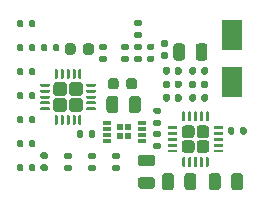
<source format=gtp>
G04 #@! TF.GenerationSoftware,KiCad,Pcbnew,(5.1.9)-1*
G04 #@! TF.CreationDate,2022-12-29T17:40:02+01:00*
G04 #@! TF.ProjectId,FallerCarSystem_v2,46616c6c-6572-4436-9172-53797374656d,rev?*
G04 #@! TF.SameCoordinates,Original*
G04 #@! TF.FileFunction,Paste,Top*
G04 #@! TF.FilePolarity,Positive*
%FSLAX46Y46*%
G04 Gerber Fmt 4.6, Leading zero omitted, Abs format (unit mm)*
G04 Created by KiCad (PCBNEW (5.1.9)-1) date 2022-12-29 17:40:02*
%MOMM*%
%LPD*%
G01*
G04 APERTURE LIST*
%ADD10R,0.500000X0.600000*%
%ADD11R,0.750000X0.300000*%
%ADD12R,1.800000X2.500000*%
G04 APERTURE END LIST*
G36*
G01*
X157385000Y-64626999D02*
X157385000Y-65207001D01*
G75*
G02*
X157135001Y-65457000I-249999J0D01*
G01*
X156554999Y-65457000D01*
G75*
G02*
X156305000Y-65207001I0J249999D01*
G01*
X156305000Y-64626999D01*
G75*
G02*
X156554999Y-64377000I249999J0D01*
G01*
X157135001Y-64377000D01*
G75*
G02*
X157385000Y-64626999I0J-249999D01*
G01*
G37*
G36*
G01*
X157385000Y-65876999D02*
X157385000Y-66457001D01*
G75*
G02*
X157135001Y-66707000I-249999J0D01*
G01*
X156554999Y-66707000D01*
G75*
G02*
X156305000Y-66457001I0J249999D01*
G01*
X156305000Y-65876999D01*
G75*
G02*
X156554999Y-65627000I249999J0D01*
G01*
X157135001Y-65627000D01*
G75*
G02*
X157385000Y-65876999I0J-249999D01*
G01*
G37*
G36*
G01*
X158635000Y-64626999D02*
X158635000Y-65207001D01*
G75*
G02*
X158385001Y-65457000I-249999J0D01*
G01*
X157804999Y-65457000D01*
G75*
G02*
X157555000Y-65207001I0J249999D01*
G01*
X157555000Y-64626999D01*
G75*
G02*
X157804999Y-64377000I249999J0D01*
G01*
X158385001Y-64377000D01*
G75*
G02*
X158635000Y-64626999I0J-249999D01*
G01*
G37*
G36*
G01*
X158635000Y-65876999D02*
X158635000Y-66457001D01*
G75*
G02*
X158385001Y-66707000I-249999J0D01*
G01*
X157804999Y-66707000D01*
G75*
G02*
X157555000Y-66457001I0J249999D01*
G01*
X157555000Y-65876999D01*
G75*
G02*
X157804999Y-65627000I249999J0D01*
G01*
X158385001Y-65627000D01*
G75*
G02*
X158635000Y-65876999I0J-249999D01*
G01*
G37*
G36*
G01*
X158595000Y-67129500D02*
X158595000Y-67829500D01*
G75*
G02*
X158532500Y-67892000I-62500J0D01*
G01*
X158407500Y-67892000D01*
G75*
G02*
X158345000Y-67829500I0J62500D01*
G01*
X158345000Y-67129500D01*
G75*
G02*
X158407500Y-67067000I62500J0D01*
G01*
X158532500Y-67067000D01*
G75*
G02*
X158595000Y-67129500I0J-62500D01*
G01*
G37*
G36*
G01*
X158095000Y-67129500D02*
X158095000Y-67829500D01*
G75*
G02*
X158032500Y-67892000I-62500J0D01*
G01*
X157907500Y-67892000D01*
G75*
G02*
X157845000Y-67829500I0J62500D01*
G01*
X157845000Y-67129500D01*
G75*
G02*
X157907500Y-67067000I62500J0D01*
G01*
X158032500Y-67067000D01*
G75*
G02*
X158095000Y-67129500I0J-62500D01*
G01*
G37*
G36*
G01*
X157595000Y-67129500D02*
X157595000Y-67829500D01*
G75*
G02*
X157532500Y-67892000I-62500J0D01*
G01*
X157407500Y-67892000D01*
G75*
G02*
X157345000Y-67829500I0J62500D01*
G01*
X157345000Y-67129500D01*
G75*
G02*
X157407500Y-67067000I62500J0D01*
G01*
X157532500Y-67067000D01*
G75*
G02*
X157595000Y-67129500I0J-62500D01*
G01*
G37*
G36*
G01*
X157095000Y-67129500D02*
X157095000Y-67829500D01*
G75*
G02*
X157032500Y-67892000I-62500J0D01*
G01*
X156907500Y-67892000D01*
G75*
G02*
X156845000Y-67829500I0J62500D01*
G01*
X156845000Y-67129500D01*
G75*
G02*
X156907500Y-67067000I62500J0D01*
G01*
X157032500Y-67067000D01*
G75*
G02*
X157095000Y-67129500I0J-62500D01*
G01*
G37*
G36*
G01*
X156595000Y-67129500D02*
X156595000Y-67829500D01*
G75*
G02*
X156532500Y-67892000I-62500J0D01*
G01*
X156407500Y-67892000D01*
G75*
G02*
X156345000Y-67829500I0J62500D01*
G01*
X156345000Y-67129500D01*
G75*
G02*
X156407500Y-67067000I62500J0D01*
G01*
X156532500Y-67067000D01*
G75*
G02*
X156595000Y-67129500I0J-62500D01*
G01*
G37*
G36*
G01*
X155945000Y-66479500D02*
X155945000Y-66604500D01*
G75*
G02*
X155882500Y-66667000I-62500J0D01*
G01*
X155182500Y-66667000D01*
G75*
G02*
X155120000Y-66604500I0J62500D01*
G01*
X155120000Y-66479500D01*
G75*
G02*
X155182500Y-66417000I62500J0D01*
G01*
X155882500Y-66417000D01*
G75*
G02*
X155945000Y-66479500I0J-62500D01*
G01*
G37*
G36*
G01*
X155945000Y-65979500D02*
X155945000Y-66104500D01*
G75*
G02*
X155882500Y-66167000I-62500J0D01*
G01*
X155182500Y-66167000D01*
G75*
G02*
X155120000Y-66104500I0J62500D01*
G01*
X155120000Y-65979500D01*
G75*
G02*
X155182500Y-65917000I62500J0D01*
G01*
X155882500Y-65917000D01*
G75*
G02*
X155945000Y-65979500I0J-62500D01*
G01*
G37*
G36*
G01*
X155945000Y-65479500D02*
X155945000Y-65604500D01*
G75*
G02*
X155882500Y-65667000I-62500J0D01*
G01*
X155182500Y-65667000D01*
G75*
G02*
X155120000Y-65604500I0J62500D01*
G01*
X155120000Y-65479500D01*
G75*
G02*
X155182500Y-65417000I62500J0D01*
G01*
X155882500Y-65417000D01*
G75*
G02*
X155945000Y-65479500I0J-62500D01*
G01*
G37*
G36*
G01*
X155945000Y-64979500D02*
X155945000Y-65104500D01*
G75*
G02*
X155882500Y-65167000I-62500J0D01*
G01*
X155182500Y-65167000D01*
G75*
G02*
X155120000Y-65104500I0J62500D01*
G01*
X155120000Y-64979500D01*
G75*
G02*
X155182500Y-64917000I62500J0D01*
G01*
X155882500Y-64917000D01*
G75*
G02*
X155945000Y-64979500I0J-62500D01*
G01*
G37*
G36*
G01*
X155945000Y-64479500D02*
X155945000Y-64604500D01*
G75*
G02*
X155882500Y-64667000I-62500J0D01*
G01*
X155182500Y-64667000D01*
G75*
G02*
X155120000Y-64604500I0J62500D01*
G01*
X155120000Y-64479500D01*
G75*
G02*
X155182500Y-64417000I62500J0D01*
G01*
X155882500Y-64417000D01*
G75*
G02*
X155945000Y-64479500I0J-62500D01*
G01*
G37*
G36*
G01*
X156595000Y-63254500D02*
X156595000Y-63954500D01*
G75*
G02*
X156532500Y-64017000I-62500J0D01*
G01*
X156407500Y-64017000D01*
G75*
G02*
X156345000Y-63954500I0J62500D01*
G01*
X156345000Y-63254500D01*
G75*
G02*
X156407500Y-63192000I62500J0D01*
G01*
X156532500Y-63192000D01*
G75*
G02*
X156595000Y-63254500I0J-62500D01*
G01*
G37*
G36*
G01*
X157095000Y-63254500D02*
X157095000Y-63954500D01*
G75*
G02*
X157032500Y-64017000I-62500J0D01*
G01*
X156907500Y-64017000D01*
G75*
G02*
X156845000Y-63954500I0J62500D01*
G01*
X156845000Y-63254500D01*
G75*
G02*
X156907500Y-63192000I62500J0D01*
G01*
X157032500Y-63192000D01*
G75*
G02*
X157095000Y-63254500I0J-62500D01*
G01*
G37*
G36*
G01*
X157595000Y-63254500D02*
X157595000Y-63954500D01*
G75*
G02*
X157532500Y-64017000I-62500J0D01*
G01*
X157407500Y-64017000D01*
G75*
G02*
X157345000Y-63954500I0J62500D01*
G01*
X157345000Y-63254500D01*
G75*
G02*
X157407500Y-63192000I62500J0D01*
G01*
X157532500Y-63192000D01*
G75*
G02*
X157595000Y-63254500I0J-62500D01*
G01*
G37*
G36*
G01*
X158095000Y-63254500D02*
X158095000Y-63954500D01*
G75*
G02*
X158032500Y-64017000I-62500J0D01*
G01*
X157907500Y-64017000D01*
G75*
G02*
X157845000Y-63954500I0J62500D01*
G01*
X157845000Y-63254500D01*
G75*
G02*
X157907500Y-63192000I62500J0D01*
G01*
X158032500Y-63192000D01*
G75*
G02*
X158095000Y-63254500I0J-62500D01*
G01*
G37*
G36*
G01*
X158595000Y-63254500D02*
X158595000Y-63954500D01*
G75*
G02*
X158532500Y-64017000I-62500J0D01*
G01*
X158407500Y-64017000D01*
G75*
G02*
X158345000Y-63954500I0J62500D01*
G01*
X158345000Y-63254500D01*
G75*
G02*
X158407500Y-63192000I62500J0D01*
G01*
X158532500Y-63192000D01*
G75*
G02*
X158595000Y-63254500I0J-62500D01*
G01*
G37*
G36*
G01*
X159820000Y-64479500D02*
X159820000Y-64604500D01*
G75*
G02*
X159757500Y-64667000I-62500J0D01*
G01*
X159057500Y-64667000D01*
G75*
G02*
X158995000Y-64604500I0J62500D01*
G01*
X158995000Y-64479500D01*
G75*
G02*
X159057500Y-64417000I62500J0D01*
G01*
X159757500Y-64417000D01*
G75*
G02*
X159820000Y-64479500I0J-62500D01*
G01*
G37*
G36*
G01*
X159820000Y-64979500D02*
X159820000Y-65104500D01*
G75*
G02*
X159757500Y-65167000I-62500J0D01*
G01*
X159057500Y-65167000D01*
G75*
G02*
X158995000Y-65104500I0J62500D01*
G01*
X158995000Y-64979500D01*
G75*
G02*
X159057500Y-64917000I62500J0D01*
G01*
X159757500Y-64917000D01*
G75*
G02*
X159820000Y-64979500I0J-62500D01*
G01*
G37*
G36*
G01*
X159820000Y-65479500D02*
X159820000Y-65604500D01*
G75*
G02*
X159757500Y-65667000I-62500J0D01*
G01*
X159057500Y-65667000D01*
G75*
G02*
X158995000Y-65604500I0J62500D01*
G01*
X158995000Y-65479500D01*
G75*
G02*
X159057500Y-65417000I62500J0D01*
G01*
X159757500Y-65417000D01*
G75*
G02*
X159820000Y-65479500I0J-62500D01*
G01*
G37*
G36*
G01*
X159820000Y-65979500D02*
X159820000Y-66104500D01*
G75*
G02*
X159757500Y-66167000I-62500J0D01*
G01*
X159057500Y-66167000D01*
G75*
G02*
X158995000Y-66104500I0J62500D01*
G01*
X158995000Y-65979500D01*
G75*
G02*
X159057500Y-65917000I62500J0D01*
G01*
X159757500Y-65917000D01*
G75*
G02*
X159820000Y-65979500I0J-62500D01*
G01*
G37*
G36*
G01*
X159820000Y-66479500D02*
X159820000Y-66604500D01*
G75*
G02*
X159757500Y-66667000I-62500J0D01*
G01*
X159057500Y-66667000D01*
G75*
G02*
X158995000Y-66604500I0J62500D01*
G01*
X158995000Y-66479500D01*
G75*
G02*
X159057500Y-66417000I62500J0D01*
G01*
X159757500Y-66417000D01*
G75*
G02*
X159820000Y-66479500I0J-62500D01*
G01*
G37*
D10*
X151759800Y-65297400D03*
X151759800Y-64547400D03*
X151109800Y-65297400D03*
X151109800Y-64547400D03*
D11*
X152934800Y-64172400D03*
X152934800Y-64672400D03*
X152934800Y-65172400D03*
X152934800Y-65672400D03*
X149934800Y-65672400D03*
X149934800Y-65172400D03*
X149934800Y-64672400D03*
X149934800Y-64172400D03*
G36*
G01*
X154413800Y-65368200D02*
X154043800Y-65368200D01*
G75*
G02*
X153908800Y-65233200I0J135000D01*
G01*
X153908800Y-64963200D01*
G75*
G02*
X154043800Y-64828200I135000J0D01*
G01*
X154413800Y-64828200D01*
G75*
G02*
X154548800Y-64963200I0J-135000D01*
G01*
X154548800Y-65233200D01*
G75*
G02*
X154413800Y-65368200I-135000J0D01*
G01*
G37*
G36*
G01*
X154413800Y-66388200D02*
X154043800Y-66388200D01*
G75*
G02*
X153908800Y-66253200I0J135000D01*
G01*
X153908800Y-65983200D01*
G75*
G02*
X154043800Y-65848200I135000J0D01*
G01*
X154413800Y-65848200D01*
G75*
G02*
X154548800Y-65983200I0J-135000D01*
G01*
X154548800Y-66253200D01*
G75*
G02*
X154413800Y-66388200I-135000J0D01*
G01*
G37*
G36*
G01*
X154043800Y-63892400D02*
X154413800Y-63892400D01*
G75*
G02*
X154548800Y-64027400I0J-135000D01*
G01*
X154548800Y-64297400D01*
G75*
G02*
X154413800Y-64432400I-135000J0D01*
G01*
X154043800Y-64432400D01*
G75*
G02*
X153908800Y-64297400I0J135000D01*
G01*
X153908800Y-64027400D01*
G75*
G02*
X154043800Y-63892400I135000J0D01*
G01*
G37*
G36*
G01*
X154043800Y-62872400D02*
X154413800Y-62872400D01*
G75*
G02*
X154548800Y-63007400I0J-135000D01*
G01*
X154548800Y-63277400D01*
G75*
G02*
X154413800Y-63412400I-135000J0D01*
G01*
X154043800Y-63412400D01*
G75*
G02*
X153908800Y-63277400I0J135000D01*
G01*
X153908800Y-63007400D01*
G75*
G02*
X154043800Y-62872400I135000J0D01*
G01*
G37*
G36*
G01*
X150934000Y-62136000D02*
X150934000Y-63086000D01*
G75*
G02*
X150684000Y-63336000I-250000J0D01*
G01*
X150184000Y-63336000D01*
G75*
G02*
X149934000Y-63086000I0J250000D01*
G01*
X149934000Y-62136000D01*
G75*
G02*
X150184000Y-61886000I250000J0D01*
G01*
X150684000Y-61886000D01*
G75*
G02*
X150934000Y-62136000I0J-250000D01*
G01*
G37*
G36*
G01*
X152834000Y-62136000D02*
X152834000Y-63086000D01*
G75*
G02*
X152584000Y-63336000I-250000J0D01*
G01*
X152084000Y-63336000D01*
G75*
G02*
X151834000Y-63086000I0J250000D01*
G01*
X151834000Y-62136000D01*
G75*
G02*
X152084000Y-61886000I250000J0D01*
G01*
X152584000Y-61886000D01*
G75*
G02*
X152834000Y-62136000I0J-250000D01*
G01*
G37*
G36*
G01*
X155633000Y-68663800D02*
X155633000Y-69613800D01*
G75*
G02*
X155383000Y-69863800I-250000J0D01*
G01*
X154883000Y-69863800D01*
G75*
G02*
X154633000Y-69613800I0J250000D01*
G01*
X154633000Y-68663800D01*
G75*
G02*
X154883000Y-68413800I250000J0D01*
G01*
X155383000Y-68413800D01*
G75*
G02*
X155633000Y-68663800I0J-250000D01*
G01*
G37*
G36*
G01*
X157533000Y-68663800D02*
X157533000Y-69613800D01*
G75*
G02*
X157283000Y-69863800I-250000J0D01*
G01*
X156783000Y-69863800D01*
G75*
G02*
X156533000Y-69613800I0J250000D01*
G01*
X156533000Y-68663800D01*
G75*
G02*
X156783000Y-68413800I250000J0D01*
G01*
X157283000Y-68413800D01*
G75*
G02*
X157533000Y-68663800I0J-250000D01*
G01*
G37*
G36*
G01*
X157485500Y-58641000D02*
X157485500Y-57691000D01*
G75*
G02*
X157735500Y-57441000I250000J0D01*
G01*
X158235500Y-57441000D01*
G75*
G02*
X158485500Y-57691000I0J-250000D01*
G01*
X158485500Y-58641000D01*
G75*
G02*
X158235500Y-58891000I-250000J0D01*
G01*
X157735500Y-58891000D01*
G75*
G02*
X157485500Y-58641000I0J250000D01*
G01*
G37*
G36*
G01*
X155585500Y-58641000D02*
X155585500Y-57691000D01*
G75*
G02*
X155835500Y-57441000I250000J0D01*
G01*
X156335500Y-57441000D01*
G75*
G02*
X156585500Y-57691000I0J-250000D01*
G01*
X156585500Y-58641000D01*
G75*
G02*
X156335500Y-58891000I-250000J0D01*
G01*
X155835500Y-58891000D01*
G75*
G02*
X155585500Y-58641000I0J250000D01*
G01*
G37*
G36*
G01*
X153789400Y-67850600D02*
X152839400Y-67850600D01*
G75*
G02*
X152589400Y-67600600I0J250000D01*
G01*
X152589400Y-67100600D01*
G75*
G02*
X152839400Y-66850600I250000J0D01*
G01*
X153789400Y-66850600D01*
G75*
G02*
X154039400Y-67100600I0J-250000D01*
G01*
X154039400Y-67600600D01*
G75*
G02*
X153789400Y-67850600I-250000J0D01*
G01*
G37*
G36*
G01*
X153789400Y-69750600D02*
X152839400Y-69750600D01*
G75*
G02*
X152589400Y-69500600I0J250000D01*
G01*
X152589400Y-69000600D01*
G75*
G02*
X152839400Y-68750600I250000J0D01*
G01*
X153789400Y-68750600D01*
G75*
G02*
X154039400Y-69000600I0J-250000D01*
G01*
X154039400Y-69500600D01*
G75*
G02*
X153789400Y-69750600I-250000J0D01*
G01*
G37*
D12*
X160528000Y-56706000D03*
X160528000Y-60706000D03*
G36*
G01*
X155321500Y-59581000D02*
X155321500Y-59926000D01*
G75*
G02*
X155174000Y-60073500I-147500J0D01*
G01*
X154879000Y-60073500D01*
G75*
G02*
X154731500Y-59926000I0J147500D01*
G01*
X154731500Y-59581000D01*
G75*
G02*
X154879000Y-59433500I147500J0D01*
G01*
X155174000Y-59433500D01*
G75*
G02*
X155321500Y-59581000I0J-147500D01*
G01*
G37*
G36*
G01*
X156291500Y-59581000D02*
X156291500Y-59926000D01*
G75*
G02*
X156144000Y-60073500I-147500J0D01*
G01*
X155849000Y-60073500D01*
G75*
G02*
X155701500Y-59926000I0J147500D01*
G01*
X155701500Y-59581000D01*
G75*
G02*
X155849000Y-59433500I147500J0D01*
G01*
X156144000Y-59433500D01*
G75*
G02*
X156291500Y-59581000I0J-147500D01*
G01*
G37*
G36*
G01*
X155321500Y-61867000D02*
X155321500Y-62212000D01*
G75*
G02*
X155174000Y-62359500I-147500J0D01*
G01*
X154879000Y-62359500D01*
G75*
G02*
X154731500Y-62212000I0J147500D01*
G01*
X154731500Y-61867000D01*
G75*
G02*
X154879000Y-61719500I147500J0D01*
G01*
X155174000Y-61719500D01*
G75*
G02*
X155321500Y-61867000I0J-147500D01*
G01*
G37*
G36*
G01*
X156291500Y-61867000D02*
X156291500Y-62212000D01*
G75*
G02*
X156144000Y-62359500I-147500J0D01*
G01*
X155849000Y-62359500D01*
G75*
G02*
X155701500Y-62212000I0J147500D01*
G01*
X155701500Y-61867000D01*
G75*
G02*
X155849000Y-61719500I147500J0D01*
G01*
X156144000Y-61719500D01*
G75*
G02*
X156291500Y-61867000I0J-147500D01*
G01*
G37*
G36*
G01*
X155321500Y-60724000D02*
X155321500Y-61069000D01*
G75*
G02*
X155174000Y-61216500I-147500J0D01*
G01*
X154879000Y-61216500D01*
G75*
G02*
X154731500Y-61069000I0J147500D01*
G01*
X154731500Y-60724000D01*
G75*
G02*
X154879000Y-60576500I147500J0D01*
G01*
X155174000Y-60576500D01*
G75*
G02*
X155321500Y-60724000I0J-147500D01*
G01*
G37*
G36*
G01*
X156291500Y-60724000D02*
X156291500Y-61069000D01*
G75*
G02*
X156144000Y-61216500I-147500J0D01*
G01*
X155849000Y-61216500D01*
G75*
G02*
X155701500Y-61069000I0J147500D01*
G01*
X155701500Y-60724000D01*
G75*
G02*
X155849000Y-60576500I147500J0D01*
G01*
X156144000Y-60576500D01*
G75*
G02*
X156291500Y-60724000I0J-147500D01*
G01*
G37*
G36*
G01*
X152405500Y-58469500D02*
X152775500Y-58469500D01*
G75*
G02*
X152910500Y-58604500I0J-135000D01*
G01*
X152910500Y-58874500D01*
G75*
G02*
X152775500Y-59009500I-135000J0D01*
G01*
X152405500Y-59009500D01*
G75*
G02*
X152270500Y-58874500I0J135000D01*
G01*
X152270500Y-58604500D01*
G75*
G02*
X152405500Y-58469500I135000J0D01*
G01*
G37*
G36*
G01*
X152405500Y-57449500D02*
X152775500Y-57449500D01*
G75*
G02*
X152910500Y-57584500I0J-135000D01*
G01*
X152910500Y-57854500D01*
G75*
G02*
X152775500Y-57989500I-135000J0D01*
G01*
X152405500Y-57989500D01*
G75*
G02*
X152270500Y-57854500I0J135000D01*
G01*
X152270500Y-57584500D01*
G75*
G02*
X152405500Y-57449500I135000J0D01*
G01*
G37*
G36*
G01*
X152405500Y-56437500D02*
X152775500Y-56437500D01*
G75*
G02*
X152910500Y-56572500I0J-135000D01*
G01*
X152910500Y-56842500D01*
G75*
G02*
X152775500Y-56977500I-135000J0D01*
G01*
X152405500Y-56977500D01*
G75*
G02*
X152270500Y-56842500I0J135000D01*
G01*
X152270500Y-56572500D01*
G75*
G02*
X152405500Y-56437500I135000J0D01*
G01*
G37*
G36*
G01*
X152405500Y-55417500D02*
X152775500Y-55417500D01*
G75*
G02*
X152910500Y-55552500I0J-135000D01*
G01*
X152910500Y-55822500D01*
G75*
G02*
X152775500Y-55957500I-135000J0D01*
G01*
X152405500Y-55957500D01*
G75*
G02*
X152270500Y-55822500I0J135000D01*
G01*
X152270500Y-55552500D01*
G75*
G02*
X152405500Y-55417500I135000J0D01*
G01*
G37*
G36*
G01*
X145401000Y-57970000D02*
X145401000Y-57600000D01*
G75*
G02*
X145536000Y-57465000I135000J0D01*
G01*
X145806000Y-57465000D01*
G75*
G02*
X145941000Y-57600000I0J-135000D01*
G01*
X145941000Y-57970000D01*
G75*
G02*
X145806000Y-58105000I-135000J0D01*
G01*
X145536000Y-58105000D01*
G75*
G02*
X145401000Y-57970000I0J135000D01*
G01*
G37*
G36*
G01*
X144381000Y-57970000D02*
X144381000Y-57600000D01*
G75*
G02*
X144516000Y-57465000I135000J0D01*
G01*
X144786000Y-57465000D01*
G75*
G02*
X144921000Y-57600000I0J-135000D01*
G01*
X144921000Y-57970000D01*
G75*
G02*
X144786000Y-58105000I-135000J0D01*
G01*
X144516000Y-58105000D01*
G75*
G02*
X144381000Y-57970000I0J135000D01*
G01*
G37*
G36*
G01*
X151326000Y-58482200D02*
X151696000Y-58482200D01*
G75*
G02*
X151831000Y-58617200I0J-135000D01*
G01*
X151831000Y-58887200D01*
G75*
G02*
X151696000Y-59022200I-135000J0D01*
G01*
X151326000Y-59022200D01*
G75*
G02*
X151191000Y-58887200I0J135000D01*
G01*
X151191000Y-58617200D01*
G75*
G02*
X151326000Y-58482200I135000J0D01*
G01*
G37*
G36*
G01*
X151326000Y-57462200D02*
X151696000Y-57462200D01*
G75*
G02*
X151831000Y-57597200I0J-135000D01*
G01*
X151831000Y-57867200D01*
G75*
G02*
X151696000Y-58002200I-135000J0D01*
G01*
X151326000Y-58002200D01*
G75*
G02*
X151191000Y-57867200I0J135000D01*
G01*
X151191000Y-57597200D01*
G75*
G02*
X151326000Y-57462200I135000J0D01*
G01*
G37*
G36*
G01*
X149471800Y-58482200D02*
X149841800Y-58482200D01*
G75*
G02*
X149976800Y-58617200I0J-135000D01*
G01*
X149976800Y-58887200D01*
G75*
G02*
X149841800Y-59022200I-135000J0D01*
G01*
X149471800Y-59022200D01*
G75*
G02*
X149336800Y-58887200I0J135000D01*
G01*
X149336800Y-58617200D01*
G75*
G02*
X149471800Y-58482200I135000J0D01*
G01*
G37*
G36*
G01*
X149471800Y-57462200D02*
X149841800Y-57462200D01*
G75*
G02*
X149976800Y-57597200I0J-135000D01*
G01*
X149976800Y-57867200D01*
G75*
G02*
X149841800Y-58002200I-135000J0D01*
G01*
X149471800Y-58002200D01*
G75*
G02*
X149336800Y-57867200I0J135000D01*
G01*
X149336800Y-57597200D01*
G75*
G02*
X149471800Y-57462200I135000J0D01*
G01*
G37*
G36*
G01*
X160770600Y-64648500D02*
X160770600Y-65018500D01*
G75*
G02*
X160635600Y-65153500I-135000J0D01*
G01*
X160365600Y-65153500D01*
G75*
G02*
X160230600Y-65018500I0J135000D01*
G01*
X160230600Y-64648500D01*
G75*
G02*
X160365600Y-64513500I135000J0D01*
G01*
X160635600Y-64513500D01*
G75*
G02*
X160770600Y-64648500I0J-135000D01*
G01*
G37*
G36*
G01*
X161790600Y-64648500D02*
X161790600Y-65018500D01*
G75*
G02*
X161655600Y-65153500I-135000J0D01*
G01*
X161385600Y-65153500D01*
G75*
G02*
X161250600Y-65018500I0J135000D01*
G01*
X161250600Y-64648500D01*
G75*
G02*
X161385600Y-64513500I135000J0D01*
G01*
X161655600Y-64513500D01*
G75*
G02*
X161790600Y-64648500I0J-135000D01*
G01*
G37*
G36*
G01*
X148449000Y-65272500D02*
X148449000Y-64902500D01*
G75*
G02*
X148584000Y-64767500I135000J0D01*
G01*
X148854000Y-64767500D01*
G75*
G02*
X148989000Y-64902500I0J-135000D01*
G01*
X148989000Y-65272500D01*
G75*
G02*
X148854000Y-65407500I-135000J0D01*
G01*
X148584000Y-65407500D01*
G75*
G02*
X148449000Y-65272500I0J135000D01*
G01*
G37*
G36*
G01*
X147429000Y-65272500D02*
X147429000Y-64902500D01*
G75*
G02*
X147564000Y-64767500I135000J0D01*
G01*
X147834000Y-64767500D01*
G75*
G02*
X147969000Y-64902500I0J-135000D01*
G01*
X147969000Y-65272500D01*
G75*
G02*
X147834000Y-65407500I-135000J0D01*
G01*
X147564000Y-65407500D01*
G75*
G02*
X147429000Y-65272500I0J135000D01*
G01*
G37*
G36*
G01*
X153485000Y-57449500D02*
X153855000Y-57449500D01*
G75*
G02*
X153990000Y-57584500I0J-135000D01*
G01*
X153990000Y-57854500D01*
G75*
G02*
X153855000Y-57989500I-135000J0D01*
G01*
X153485000Y-57989500D01*
G75*
G02*
X153350000Y-57854500I0J135000D01*
G01*
X153350000Y-57584500D01*
G75*
G02*
X153485000Y-57449500I135000J0D01*
G01*
G37*
G36*
G01*
X153485000Y-58469500D02*
X153855000Y-58469500D01*
G75*
G02*
X153990000Y-58604500I0J-135000D01*
G01*
X153990000Y-58874500D01*
G75*
G02*
X153855000Y-59009500I-135000J0D01*
G01*
X153485000Y-59009500D01*
G75*
G02*
X153350000Y-58874500I0J135000D01*
G01*
X153350000Y-58604500D01*
G75*
G02*
X153485000Y-58469500I135000J0D01*
G01*
G37*
G36*
G01*
X155023400Y-57722800D02*
X154653400Y-57722800D01*
G75*
G02*
X154518400Y-57587800I0J135000D01*
G01*
X154518400Y-57317800D01*
G75*
G02*
X154653400Y-57182800I135000J0D01*
G01*
X155023400Y-57182800D01*
G75*
G02*
X155158400Y-57317800I0J-135000D01*
G01*
X155158400Y-57587800D01*
G75*
G02*
X155023400Y-57722800I-135000J0D01*
G01*
G37*
G36*
G01*
X155023400Y-58742800D02*
X154653400Y-58742800D01*
G75*
G02*
X154518400Y-58607800I0J135000D01*
G01*
X154518400Y-58337800D01*
G75*
G02*
X154653400Y-58202800I135000J0D01*
G01*
X155023400Y-58202800D01*
G75*
G02*
X155158400Y-58337800I0J-135000D01*
G01*
X155158400Y-58607800D01*
G75*
G02*
X155023400Y-58742800I-135000J0D01*
G01*
G37*
G36*
G01*
X157494000Y-59568500D02*
X157494000Y-59938500D01*
G75*
G02*
X157359000Y-60073500I-135000J0D01*
G01*
X157089000Y-60073500D01*
G75*
G02*
X156954000Y-59938500I0J135000D01*
G01*
X156954000Y-59568500D01*
G75*
G02*
X157089000Y-59433500I135000J0D01*
G01*
X157359000Y-59433500D01*
G75*
G02*
X157494000Y-59568500I0J-135000D01*
G01*
G37*
G36*
G01*
X158514000Y-59568500D02*
X158514000Y-59938500D01*
G75*
G02*
X158379000Y-60073500I-135000J0D01*
G01*
X158109000Y-60073500D01*
G75*
G02*
X157974000Y-59938500I0J135000D01*
G01*
X157974000Y-59568500D01*
G75*
G02*
X158109000Y-59433500I135000J0D01*
G01*
X158379000Y-59433500D01*
G75*
G02*
X158514000Y-59568500I0J-135000D01*
G01*
G37*
G36*
G01*
X157494000Y-61854500D02*
X157494000Y-62224500D01*
G75*
G02*
X157359000Y-62359500I-135000J0D01*
G01*
X157089000Y-62359500D01*
G75*
G02*
X156954000Y-62224500I0J135000D01*
G01*
X156954000Y-61854500D01*
G75*
G02*
X157089000Y-61719500I135000J0D01*
G01*
X157359000Y-61719500D01*
G75*
G02*
X157494000Y-61854500I0J-135000D01*
G01*
G37*
G36*
G01*
X158514000Y-61854500D02*
X158514000Y-62224500D01*
G75*
G02*
X158379000Y-62359500I-135000J0D01*
G01*
X158109000Y-62359500D01*
G75*
G02*
X157974000Y-62224500I0J135000D01*
G01*
X157974000Y-61854500D01*
G75*
G02*
X158109000Y-61719500I135000J0D01*
G01*
X158379000Y-61719500D01*
G75*
G02*
X158514000Y-61854500I0J-135000D01*
G01*
G37*
G36*
G01*
X157494000Y-60711500D02*
X157494000Y-61081500D01*
G75*
G02*
X157359000Y-61216500I-135000J0D01*
G01*
X157089000Y-61216500D01*
G75*
G02*
X156954000Y-61081500I0J135000D01*
G01*
X156954000Y-60711500D01*
G75*
G02*
X157089000Y-60576500I135000J0D01*
G01*
X157359000Y-60576500D01*
G75*
G02*
X157494000Y-60711500I0J-135000D01*
G01*
G37*
G36*
G01*
X158514000Y-60711500D02*
X158514000Y-61081500D01*
G75*
G02*
X158379000Y-61216500I-135000J0D01*
G01*
X158109000Y-61216500D01*
G75*
G02*
X157974000Y-61081500I0J135000D01*
G01*
X157974000Y-60711500D01*
G75*
G02*
X158109000Y-60576500I135000J0D01*
G01*
X158379000Y-60576500D01*
G75*
G02*
X158514000Y-60711500I0J-135000D01*
G01*
G37*
G36*
G01*
X150564000Y-67702400D02*
X150934000Y-67702400D01*
G75*
G02*
X151069000Y-67837400I0J-135000D01*
G01*
X151069000Y-68107400D01*
G75*
G02*
X150934000Y-68242400I-135000J0D01*
G01*
X150564000Y-68242400D01*
G75*
G02*
X150429000Y-68107400I0J135000D01*
G01*
X150429000Y-67837400D01*
G75*
G02*
X150564000Y-67702400I135000J0D01*
G01*
G37*
G36*
G01*
X150564000Y-66682400D02*
X150934000Y-66682400D01*
G75*
G02*
X151069000Y-66817400I0J-135000D01*
G01*
X151069000Y-67087400D01*
G75*
G02*
X150934000Y-67222400I-135000J0D01*
G01*
X150564000Y-67222400D01*
G75*
G02*
X150429000Y-67087400I0J135000D01*
G01*
X150429000Y-66817400D01*
G75*
G02*
X150564000Y-66682400I135000J0D01*
G01*
G37*
G36*
G01*
X143369000Y-60002000D02*
X143369000Y-59632000D01*
G75*
G02*
X143504000Y-59497000I135000J0D01*
G01*
X143774000Y-59497000D01*
G75*
G02*
X143909000Y-59632000I0J-135000D01*
G01*
X143909000Y-60002000D01*
G75*
G02*
X143774000Y-60137000I-135000J0D01*
G01*
X143504000Y-60137000D01*
G75*
G02*
X143369000Y-60002000I0J135000D01*
G01*
G37*
G36*
G01*
X142349000Y-60002000D02*
X142349000Y-59632000D01*
G75*
G02*
X142484000Y-59497000I135000J0D01*
G01*
X142754000Y-59497000D01*
G75*
G02*
X142889000Y-59632000I0J-135000D01*
G01*
X142889000Y-60002000D01*
G75*
G02*
X142754000Y-60137000I-135000J0D01*
G01*
X142484000Y-60137000D01*
G75*
G02*
X142349000Y-60002000I0J135000D01*
G01*
G37*
G36*
G01*
X143369000Y-62034000D02*
X143369000Y-61664000D01*
G75*
G02*
X143504000Y-61529000I135000J0D01*
G01*
X143774000Y-61529000D01*
G75*
G02*
X143909000Y-61664000I0J-135000D01*
G01*
X143909000Y-62034000D01*
G75*
G02*
X143774000Y-62169000I-135000J0D01*
G01*
X143504000Y-62169000D01*
G75*
G02*
X143369000Y-62034000I0J135000D01*
G01*
G37*
G36*
G01*
X142349000Y-62034000D02*
X142349000Y-61664000D01*
G75*
G02*
X142484000Y-61529000I135000J0D01*
G01*
X142754000Y-61529000D01*
G75*
G02*
X142889000Y-61664000I0J-135000D01*
G01*
X142889000Y-62034000D01*
G75*
G02*
X142754000Y-62169000I-135000J0D01*
G01*
X142484000Y-62169000D01*
G75*
G02*
X142349000Y-62034000I0J135000D01*
G01*
G37*
G36*
G01*
X143369000Y-64066000D02*
X143369000Y-63696000D01*
G75*
G02*
X143504000Y-63561000I135000J0D01*
G01*
X143774000Y-63561000D01*
G75*
G02*
X143909000Y-63696000I0J-135000D01*
G01*
X143909000Y-64066000D01*
G75*
G02*
X143774000Y-64201000I-135000J0D01*
G01*
X143504000Y-64201000D01*
G75*
G02*
X143369000Y-64066000I0J135000D01*
G01*
G37*
G36*
G01*
X142349000Y-64066000D02*
X142349000Y-63696000D01*
G75*
G02*
X142484000Y-63561000I135000J0D01*
G01*
X142754000Y-63561000D01*
G75*
G02*
X142889000Y-63696000I0J-135000D01*
G01*
X142889000Y-64066000D01*
G75*
G02*
X142754000Y-64201000I-135000J0D01*
G01*
X142484000Y-64201000D01*
G75*
G02*
X142349000Y-64066000I0J135000D01*
G01*
G37*
G36*
G01*
X143369000Y-66098000D02*
X143369000Y-65728000D01*
G75*
G02*
X143504000Y-65593000I135000J0D01*
G01*
X143774000Y-65593000D01*
G75*
G02*
X143909000Y-65728000I0J-135000D01*
G01*
X143909000Y-66098000D01*
G75*
G02*
X143774000Y-66233000I-135000J0D01*
G01*
X143504000Y-66233000D01*
G75*
G02*
X143369000Y-66098000I0J135000D01*
G01*
G37*
G36*
G01*
X142349000Y-66098000D02*
X142349000Y-65728000D01*
G75*
G02*
X142484000Y-65593000I135000J0D01*
G01*
X142754000Y-65593000D01*
G75*
G02*
X142889000Y-65728000I0J-135000D01*
G01*
X142889000Y-66098000D01*
G75*
G02*
X142754000Y-66233000I-135000J0D01*
G01*
X142484000Y-66233000D01*
G75*
G02*
X142349000Y-66098000I0J135000D01*
G01*
G37*
G36*
G01*
X143369000Y-68130000D02*
X143369000Y-67760000D01*
G75*
G02*
X143504000Y-67625000I135000J0D01*
G01*
X143774000Y-67625000D01*
G75*
G02*
X143909000Y-67760000I0J-135000D01*
G01*
X143909000Y-68130000D01*
G75*
G02*
X143774000Y-68265000I-135000J0D01*
G01*
X143504000Y-68265000D01*
G75*
G02*
X143369000Y-68130000I0J135000D01*
G01*
G37*
G36*
G01*
X142349000Y-68130000D02*
X142349000Y-67760000D01*
G75*
G02*
X142484000Y-67625000I135000J0D01*
G01*
X142754000Y-67625000D01*
G75*
G02*
X142889000Y-67760000I0J-135000D01*
G01*
X142889000Y-68130000D01*
G75*
G02*
X142754000Y-68265000I-135000J0D01*
G01*
X142484000Y-68265000D01*
G75*
G02*
X142349000Y-68130000I0J135000D01*
G01*
G37*
G36*
G01*
X144838000Y-67197000D02*
X144468000Y-67197000D01*
G75*
G02*
X144333000Y-67062000I0J135000D01*
G01*
X144333000Y-66792000D01*
G75*
G02*
X144468000Y-66657000I135000J0D01*
G01*
X144838000Y-66657000D01*
G75*
G02*
X144973000Y-66792000I0J-135000D01*
G01*
X144973000Y-67062000D01*
G75*
G02*
X144838000Y-67197000I-135000J0D01*
G01*
G37*
G36*
G01*
X144838000Y-68217000D02*
X144468000Y-68217000D01*
G75*
G02*
X144333000Y-68082000I0J135000D01*
G01*
X144333000Y-67812000D01*
G75*
G02*
X144468000Y-67677000I135000J0D01*
G01*
X144838000Y-67677000D01*
G75*
G02*
X144973000Y-67812000I0J-135000D01*
G01*
X144973000Y-68082000D01*
G75*
G02*
X144838000Y-68217000I-135000J0D01*
G01*
G37*
G36*
G01*
X143369000Y-57970000D02*
X143369000Y-57600000D01*
G75*
G02*
X143504000Y-57465000I135000J0D01*
G01*
X143774000Y-57465000D01*
G75*
G02*
X143909000Y-57600000I0J-135000D01*
G01*
X143909000Y-57970000D01*
G75*
G02*
X143774000Y-58105000I-135000J0D01*
G01*
X143504000Y-58105000D01*
G75*
G02*
X143369000Y-57970000I0J135000D01*
G01*
G37*
G36*
G01*
X142349000Y-57970000D02*
X142349000Y-57600000D01*
G75*
G02*
X142484000Y-57465000I135000J0D01*
G01*
X142754000Y-57465000D01*
G75*
G02*
X142889000Y-57600000I0J-135000D01*
G01*
X142889000Y-57970000D01*
G75*
G02*
X142754000Y-58105000I-135000J0D01*
G01*
X142484000Y-58105000D01*
G75*
G02*
X142349000Y-57970000I0J135000D01*
G01*
G37*
G36*
G01*
X142349000Y-55938000D02*
X142349000Y-55568000D01*
G75*
G02*
X142484000Y-55433000I135000J0D01*
G01*
X142754000Y-55433000D01*
G75*
G02*
X142889000Y-55568000I0J-135000D01*
G01*
X142889000Y-55938000D01*
G75*
G02*
X142754000Y-56073000I-135000J0D01*
G01*
X142484000Y-56073000D01*
G75*
G02*
X142349000Y-55938000I0J135000D01*
G01*
G37*
G36*
G01*
X143369000Y-55938000D02*
X143369000Y-55568000D01*
G75*
G02*
X143504000Y-55433000I135000J0D01*
G01*
X143774000Y-55433000D01*
G75*
G02*
X143909000Y-55568000I0J-135000D01*
G01*
X143909000Y-55938000D01*
G75*
G02*
X143774000Y-56073000I-135000J0D01*
G01*
X143504000Y-56073000D01*
G75*
G02*
X143369000Y-55938000I0J135000D01*
G01*
G37*
G36*
G01*
X148902000Y-67222400D02*
X148532000Y-67222400D01*
G75*
G02*
X148397000Y-67087400I0J135000D01*
G01*
X148397000Y-66817400D01*
G75*
G02*
X148532000Y-66682400I135000J0D01*
G01*
X148902000Y-66682400D01*
G75*
G02*
X149037000Y-66817400I0J-135000D01*
G01*
X149037000Y-67087400D01*
G75*
G02*
X148902000Y-67222400I-135000J0D01*
G01*
G37*
G36*
G01*
X148902000Y-68242400D02*
X148532000Y-68242400D01*
G75*
G02*
X148397000Y-68107400I0J135000D01*
G01*
X148397000Y-67837400D01*
G75*
G02*
X148532000Y-67702400I135000J0D01*
G01*
X148902000Y-67702400D01*
G75*
G02*
X149037000Y-67837400I0J-135000D01*
G01*
X149037000Y-68107400D01*
G75*
G02*
X148902000Y-68242400I-135000J0D01*
G01*
G37*
G36*
G01*
X146870000Y-67222400D02*
X146500000Y-67222400D01*
G75*
G02*
X146365000Y-67087400I0J135000D01*
G01*
X146365000Y-66817400D01*
G75*
G02*
X146500000Y-66682400I135000J0D01*
G01*
X146870000Y-66682400D01*
G75*
G02*
X147005000Y-66817400I0J-135000D01*
G01*
X147005000Y-67087400D01*
G75*
G02*
X146870000Y-67222400I-135000J0D01*
G01*
G37*
G36*
G01*
X146870000Y-68242400D02*
X146500000Y-68242400D01*
G75*
G02*
X146365000Y-68107400I0J135000D01*
G01*
X146365000Y-67837400D01*
G75*
G02*
X146500000Y-67702400I135000J0D01*
G01*
X146870000Y-67702400D01*
G75*
G02*
X147005000Y-67837400I0J-135000D01*
G01*
X147005000Y-68107400D01*
G75*
G02*
X146870000Y-68242400I-135000J0D01*
G01*
G37*
G36*
G01*
X147962500Y-58162000D02*
X147962500Y-57662000D01*
G75*
G02*
X148187500Y-57437000I225000J0D01*
G01*
X148637500Y-57437000D01*
G75*
G02*
X148862500Y-57662000I0J-225000D01*
G01*
X148862500Y-58162000D01*
G75*
G02*
X148637500Y-58387000I-225000J0D01*
G01*
X148187500Y-58387000D01*
G75*
G02*
X147962500Y-58162000I0J225000D01*
G01*
G37*
G36*
G01*
X146412500Y-58162000D02*
X146412500Y-57662000D01*
G75*
G02*
X146637500Y-57437000I225000J0D01*
G01*
X147087500Y-57437000D01*
G75*
G02*
X147312500Y-57662000I0J-225000D01*
G01*
X147312500Y-58162000D01*
G75*
G02*
X147087500Y-58387000I-225000J0D01*
G01*
X146637500Y-58387000D01*
G75*
G02*
X146412500Y-58162000I0J225000D01*
G01*
G37*
G36*
G01*
X150957400Y-60608400D02*
X150957400Y-61108400D01*
G75*
G02*
X150732400Y-61333400I-225000J0D01*
G01*
X150282400Y-61333400D01*
G75*
G02*
X150057400Y-61108400I0J225000D01*
G01*
X150057400Y-60608400D01*
G75*
G02*
X150282400Y-60383400I225000J0D01*
G01*
X150732400Y-60383400D01*
G75*
G02*
X150957400Y-60608400I0J-225000D01*
G01*
G37*
G36*
G01*
X152507400Y-60608400D02*
X152507400Y-61108400D01*
G75*
G02*
X152282400Y-61333400I-225000J0D01*
G01*
X151832400Y-61333400D01*
G75*
G02*
X151607400Y-61108400I0J225000D01*
G01*
X151607400Y-60608400D01*
G75*
G02*
X151832400Y-60383400I225000J0D01*
G01*
X152282400Y-60383400D01*
G75*
G02*
X152507400Y-60608400I0J-225000D01*
G01*
G37*
G36*
G01*
X144335000Y-61038500D02*
X144335000Y-60913500D01*
G75*
G02*
X144397500Y-60851000I62500J0D01*
G01*
X145072500Y-60851000D01*
G75*
G02*
X145135000Y-60913500I0J-62500D01*
G01*
X145135000Y-61038500D01*
G75*
G02*
X145072500Y-61101000I-62500J0D01*
G01*
X144397500Y-61101000D01*
G75*
G02*
X144335000Y-61038500I0J62500D01*
G01*
G37*
G36*
G01*
X144335000Y-61538500D02*
X144335000Y-61413500D01*
G75*
G02*
X144397500Y-61351000I62500J0D01*
G01*
X145072500Y-61351000D01*
G75*
G02*
X145135000Y-61413500I0J-62500D01*
G01*
X145135000Y-61538500D01*
G75*
G02*
X145072500Y-61601000I-62500J0D01*
G01*
X144397500Y-61601000D01*
G75*
G02*
X144335000Y-61538500I0J62500D01*
G01*
G37*
G36*
G01*
X144335000Y-62038500D02*
X144335000Y-61913500D01*
G75*
G02*
X144397500Y-61851000I62500J0D01*
G01*
X145072500Y-61851000D01*
G75*
G02*
X145135000Y-61913500I0J-62500D01*
G01*
X145135000Y-62038500D01*
G75*
G02*
X145072500Y-62101000I-62500J0D01*
G01*
X144397500Y-62101000D01*
G75*
G02*
X144335000Y-62038500I0J62500D01*
G01*
G37*
G36*
G01*
X144335000Y-62538500D02*
X144335000Y-62413500D01*
G75*
G02*
X144397500Y-62351000I62500J0D01*
G01*
X145072500Y-62351000D01*
G75*
G02*
X145135000Y-62413500I0J-62500D01*
G01*
X145135000Y-62538500D01*
G75*
G02*
X145072500Y-62601000I-62500J0D01*
G01*
X144397500Y-62601000D01*
G75*
G02*
X144335000Y-62538500I0J62500D01*
G01*
G37*
G36*
G01*
X144335000Y-63038500D02*
X144335000Y-62913500D01*
G75*
G02*
X144397500Y-62851000I62500J0D01*
G01*
X145072500Y-62851000D01*
G75*
G02*
X145135000Y-62913500I0J-62500D01*
G01*
X145135000Y-63038500D01*
G75*
G02*
X145072500Y-63101000I-62500J0D01*
G01*
X144397500Y-63101000D01*
G75*
G02*
X144335000Y-63038500I0J62500D01*
G01*
G37*
G36*
G01*
X145560000Y-64263500D02*
X145560000Y-63588500D01*
G75*
G02*
X145622500Y-63526000I62500J0D01*
G01*
X145747500Y-63526000D01*
G75*
G02*
X145810000Y-63588500I0J-62500D01*
G01*
X145810000Y-64263500D01*
G75*
G02*
X145747500Y-64326000I-62500J0D01*
G01*
X145622500Y-64326000D01*
G75*
G02*
X145560000Y-64263500I0J62500D01*
G01*
G37*
G36*
G01*
X146060000Y-64263500D02*
X146060000Y-63588500D01*
G75*
G02*
X146122500Y-63526000I62500J0D01*
G01*
X146247500Y-63526000D01*
G75*
G02*
X146310000Y-63588500I0J-62500D01*
G01*
X146310000Y-64263500D01*
G75*
G02*
X146247500Y-64326000I-62500J0D01*
G01*
X146122500Y-64326000D01*
G75*
G02*
X146060000Y-64263500I0J62500D01*
G01*
G37*
G36*
G01*
X146560000Y-64263500D02*
X146560000Y-63588500D01*
G75*
G02*
X146622500Y-63526000I62500J0D01*
G01*
X146747500Y-63526000D01*
G75*
G02*
X146810000Y-63588500I0J-62500D01*
G01*
X146810000Y-64263500D01*
G75*
G02*
X146747500Y-64326000I-62500J0D01*
G01*
X146622500Y-64326000D01*
G75*
G02*
X146560000Y-64263500I0J62500D01*
G01*
G37*
G36*
G01*
X147060000Y-64263500D02*
X147060000Y-63588500D01*
G75*
G02*
X147122500Y-63526000I62500J0D01*
G01*
X147247500Y-63526000D01*
G75*
G02*
X147310000Y-63588500I0J-62500D01*
G01*
X147310000Y-64263500D01*
G75*
G02*
X147247500Y-64326000I-62500J0D01*
G01*
X147122500Y-64326000D01*
G75*
G02*
X147060000Y-64263500I0J62500D01*
G01*
G37*
G36*
G01*
X147560000Y-64263500D02*
X147560000Y-63588500D01*
G75*
G02*
X147622500Y-63526000I62500J0D01*
G01*
X147747500Y-63526000D01*
G75*
G02*
X147810000Y-63588500I0J-62500D01*
G01*
X147810000Y-64263500D01*
G75*
G02*
X147747500Y-64326000I-62500J0D01*
G01*
X147622500Y-64326000D01*
G75*
G02*
X147560000Y-64263500I0J62500D01*
G01*
G37*
G36*
G01*
X148235000Y-63038500D02*
X148235000Y-62913500D01*
G75*
G02*
X148297500Y-62851000I62500J0D01*
G01*
X148972500Y-62851000D01*
G75*
G02*
X149035000Y-62913500I0J-62500D01*
G01*
X149035000Y-63038500D01*
G75*
G02*
X148972500Y-63101000I-62500J0D01*
G01*
X148297500Y-63101000D01*
G75*
G02*
X148235000Y-63038500I0J62500D01*
G01*
G37*
G36*
G01*
X148235000Y-62538500D02*
X148235000Y-62413500D01*
G75*
G02*
X148297500Y-62351000I62500J0D01*
G01*
X148972500Y-62351000D01*
G75*
G02*
X149035000Y-62413500I0J-62500D01*
G01*
X149035000Y-62538500D01*
G75*
G02*
X148972500Y-62601000I-62500J0D01*
G01*
X148297500Y-62601000D01*
G75*
G02*
X148235000Y-62538500I0J62500D01*
G01*
G37*
G36*
G01*
X148235000Y-62038500D02*
X148235000Y-61913500D01*
G75*
G02*
X148297500Y-61851000I62500J0D01*
G01*
X148972500Y-61851000D01*
G75*
G02*
X149035000Y-61913500I0J-62500D01*
G01*
X149035000Y-62038500D01*
G75*
G02*
X148972500Y-62101000I-62500J0D01*
G01*
X148297500Y-62101000D01*
G75*
G02*
X148235000Y-62038500I0J62500D01*
G01*
G37*
G36*
G01*
X148235000Y-61538500D02*
X148235000Y-61413500D01*
G75*
G02*
X148297500Y-61351000I62500J0D01*
G01*
X148972500Y-61351000D01*
G75*
G02*
X149035000Y-61413500I0J-62500D01*
G01*
X149035000Y-61538500D01*
G75*
G02*
X148972500Y-61601000I-62500J0D01*
G01*
X148297500Y-61601000D01*
G75*
G02*
X148235000Y-61538500I0J62500D01*
G01*
G37*
G36*
G01*
X148235000Y-61038500D02*
X148235000Y-60913500D01*
G75*
G02*
X148297500Y-60851000I62500J0D01*
G01*
X148972500Y-60851000D01*
G75*
G02*
X149035000Y-60913500I0J-62500D01*
G01*
X149035000Y-61038500D01*
G75*
G02*
X148972500Y-61101000I-62500J0D01*
G01*
X148297500Y-61101000D01*
G75*
G02*
X148235000Y-61038500I0J62500D01*
G01*
G37*
G36*
G01*
X147560000Y-60363500D02*
X147560000Y-59688500D01*
G75*
G02*
X147622500Y-59626000I62500J0D01*
G01*
X147747500Y-59626000D01*
G75*
G02*
X147810000Y-59688500I0J-62500D01*
G01*
X147810000Y-60363500D01*
G75*
G02*
X147747500Y-60426000I-62500J0D01*
G01*
X147622500Y-60426000D01*
G75*
G02*
X147560000Y-60363500I0J62500D01*
G01*
G37*
G36*
G01*
X147060000Y-60363500D02*
X147060000Y-59688500D01*
G75*
G02*
X147122500Y-59626000I62500J0D01*
G01*
X147247500Y-59626000D01*
G75*
G02*
X147310000Y-59688500I0J-62500D01*
G01*
X147310000Y-60363500D01*
G75*
G02*
X147247500Y-60426000I-62500J0D01*
G01*
X147122500Y-60426000D01*
G75*
G02*
X147060000Y-60363500I0J62500D01*
G01*
G37*
G36*
G01*
X146560000Y-60363500D02*
X146560000Y-59688500D01*
G75*
G02*
X146622500Y-59626000I62500J0D01*
G01*
X146747500Y-59626000D01*
G75*
G02*
X146810000Y-59688500I0J-62500D01*
G01*
X146810000Y-60363500D01*
G75*
G02*
X146747500Y-60426000I-62500J0D01*
G01*
X146622500Y-60426000D01*
G75*
G02*
X146560000Y-60363500I0J62500D01*
G01*
G37*
G36*
G01*
X146060000Y-60363500D02*
X146060000Y-59688500D01*
G75*
G02*
X146122500Y-59626000I62500J0D01*
G01*
X146247500Y-59626000D01*
G75*
G02*
X146310000Y-59688500I0J-62500D01*
G01*
X146310000Y-60363500D01*
G75*
G02*
X146247500Y-60426000I-62500J0D01*
G01*
X146122500Y-60426000D01*
G75*
G02*
X146060000Y-60363500I0J62500D01*
G01*
G37*
G36*
G01*
X145560000Y-60363500D02*
X145560000Y-59688500D01*
G75*
G02*
X145622500Y-59626000I62500J0D01*
G01*
X145747500Y-59626000D01*
G75*
G02*
X145810000Y-59688500I0J-62500D01*
G01*
X145810000Y-60363500D01*
G75*
G02*
X145747500Y-60426000I-62500J0D01*
G01*
X145622500Y-60426000D01*
G75*
G02*
X145560000Y-60363500I0J62500D01*
G01*
G37*
G36*
G01*
X145425000Y-61636001D02*
X145425000Y-60965999D01*
G75*
G02*
X145674999Y-60716000I249999J0D01*
G01*
X146345001Y-60716000D01*
G75*
G02*
X146595000Y-60965999I0J-249999D01*
G01*
X146595000Y-61636001D01*
G75*
G02*
X146345001Y-61886000I-249999J0D01*
G01*
X145674999Y-61886000D01*
G75*
G02*
X145425000Y-61636001I0J249999D01*
G01*
G37*
G36*
G01*
X145425000Y-62986001D02*
X145425000Y-62315999D01*
G75*
G02*
X145674999Y-62066000I249999J0D01*
G01*
X146345001Y-62066000D01*
G75*
G02*
X146595000Y-62315999I0J-249999D01*
G01*
X146595000Y-62986001D01*
G75*
G02*
X146345001Y-63236000I-249999J0D01*
G01*
X145674999Y-63236000D01*
G75*
G02*
X145425000Y-62986001I0J249999D01*
G01*
G37*
G36*
G01*
X146775000Y-61636001D02*
X146775000Y-60965999D01*
G75*
G02*
X147024999Y-60716000I249999J0D01*
G01*
X147695001Y-60716000D01*
G75*
G02*
X147945000Y-60965999I0J-249999D01*
G01*
X147945000Y-61636001D01*
G75*
G02*
X147695001Y-61886000I-249999J0D01*
G01*
X147024999Y-61886000D01*
G75*
G02*
X146775000Y-61636001I0J249999D01*
G01*
G37*
G36*
G01*
X146775000Y-62986001D02*
X146775000Y-62315999D01*
G75*
G02*
X147024999Y-62066000I249999J0D01*
G01*
X147695001Y-62066000D01*
G75*
G02*
X147945000Y-62315999I0J-249999D01*
G01*
X147945000Y-62986001D01*
G75*
G02*
X147695001Y-63236000I-249999J0D01*
G01*
X147024999Y-63236000D01*
G75*
G02*
X146775000Y-62986001I0J249999D01*
G01*
G37*
G36*
G01*
X161495400Y-68663800D02*
X161495400Y-69613800D01*
G75*
G02*
X161245400Y-69863800I-250000J0D01*
G01*
X160745400Y-69863800D01*
G75*
G02*
X160495400Y-69613800I0J250000D01*
G01*
X160495400Y-68663800D01*
G75*
G02*
X160745400Y-68413800I250000J0D01*
G01*
X161245400Y-68413800D01*
G75*
G02*
X161495400Y-68663800I0J-250000D01*
G01*
G37*
G36*
G01*
X159595400Y-68663800D02*
X159595400Y-69613800D01*
G75*
G02*
X159345400Y-69863800I-250000J0D01*
G01*
X158845400Y-69863800D01*
G75*
G02*
X158595400Y-69613800I0J250000D01*
G01*
X158595400Y-68663800D01*
G75*
G02*
X158845400Y-68413800I250000J0D01*
G01*
X159345400Y-68413800D01*
G75*
G02*
X159595400Y-68663800I0J-250000D01*
G01*
G37*
M02*

</source>
